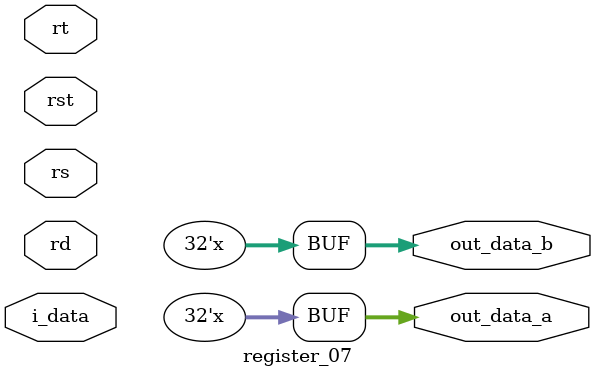
<source format=v>
`timescale 1ns / 1ps

module register_07(rst,rs,rt,rd,i_data,out_data_a,out_data_b);
input rst;
input [4:0]rs,rt,rd;
input [31:0] i_data;
output reg [31:0] out_data_a;
output reg [31:0] out_data_b;

reg [4:0]  reg_num;
reg [31:0] reg_data;

always @(*) begin
      if(rst) begin
            reg_num = 7;
      end
      else begin
          if(reg_num == rs)
               out_data_a <= reg_data;
          if(reg_num == rt)
               out_data_b <= reg_data;
          if(reg_num == rd)    
               reg_data <= i_data;
      end
      
end
endmodule

</source>
